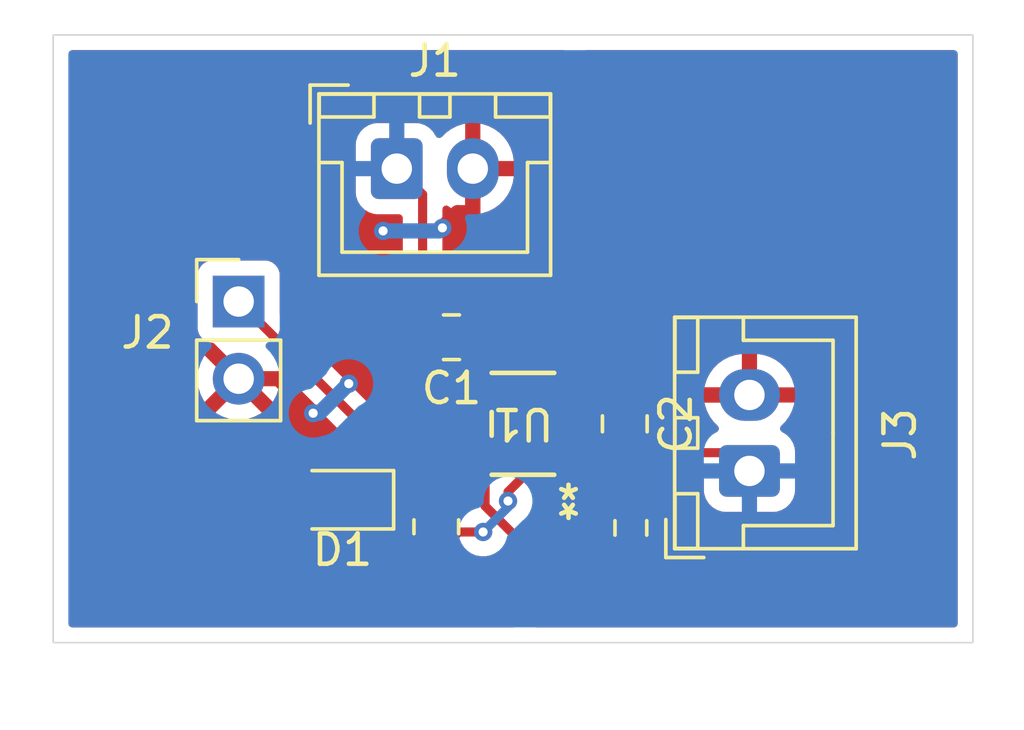
<source format=kicad_pcb>
(kicad_pcb (version 20241229) (generator "pcbnew") (generator_version "9.0")
  (layers (0 "F.Cu" signal) (2 "B.Cu" signal) (13 "F.Paste" user) (15 "B.Paste" user) (5 "F.SilkS" user "F.Silkscreen") (7 "B.SilkS" user "B.Silkscreen") (1 "F.Mask" user) (3 "B.Mask" user) (25 "Edge.Cuts" user))
  (net 0 "")
  (net 1 "GND")
  (net 2 "VDD")
  (net 3 "VBAT")
  (net 4 "Net-(D1-K)")
  (net 5 "PROG")
  (net 6 "STAT")
  (footprint "Resistor_SMD:R_0603_1608Metric" (layer "F.Cu") (at 149.05 64.525 90)
    (property "Reference" "R2" (hide yes))
    (property "Value" "2 kΩ" (hide yes))
    (fp_line (start -0.237258 -0.5225) (end 0.237258 -0.5225) (stroke (width 0.12)) (layer "F.SilkS"))
    (fp_line (start -0.237258 0.5225) (end 0.237258 0.5225) (stroke (width 0.12)) (layer "F.SilkS"))
    (pad "1" smd roundrect (at -0.825 0 90) (size 0.8 0.95) (layers "F.Cu" "F.Mask" "F.Paste") (net 5 "PROG"))
    (pad "2" smd roundrect (at 0.825 0 90) (size 0.8 0.95) (layers "F.Cu" "F.Mask" "F.Paste") (net 1 "GND"))
  )
  (footprint "Connector_JST:JST_XH_B2B-XH-A_1x02_P2.50mm_Vertical" (layer "F.Cu") (at 141.35 52.7)
    (property "Reference" "J1" (at 1.25 -3.55 0) (layer "F.SilkS"))
    (property "Value" "Vin" (hide yes))
    (fp_line (start -2.85 -2.75) (end -2.85 -1.5) (stroke (width 0.12)) (layer "F.SilkS"))
    (fp_line (start -2.56 -2.46) (end -2.56 3.51) (stroke (width 0.12)) (layer "F.SilkS"))
    (fp_line (start -2.56 3.51) (end 5.06 3.51) (stroke (width 0.12)) (layer "F.SilkS"))
    (fp_line (start -2.55 -2.45) (end -2.55 -1.7) (stroke (width 0.12)) (layer "F.SilkS"))
    (fp_line (start -2.55 -1.7) (end -0.75 -1.7) (stroke (width 0.12)) (layer "F.SilkS"))
    (fp_line (start -2.55 -0.2) (end -1.8 -0.2) (stroke (width 0.12)) (layer "F.SilkS"))
    (fp_line (start -1.8 -0.2) (end -1.8 2.75) (stroke (width 0.12)) (layer "F.SilkS"))
    (fp_line (start -1.8 2.75) (end 1.25 2.75) (stroke (width 0.12)) (layer "F.SilkS"))
    (fp_line (start -1.6 -2.75) (end -2.85 -2.75) (stroke (width 0.12)) (layer "F.SilkS"))
    (fp_line (start -0.75 -2.45) (end -2.55 -2.45) (stroke (width 0.12)) (layer "F.SilkS"))
    (fp_line (start -0.75 -1.7) (end -0.75 -2.45) (stroke (width 0.12)) (layer "F.SilkS"))
    (fp_line (start 0.75 -2.45) (end 0.75 -1.7) (stroke (width 0.12)) (layer "F.SilkS"))
    (fp_line (start 0.75 -1.7) (end 1.75 -1.7) (stroke (width 0.12)) (layer "F.SilkS"))
    (fp_line (start 1.75 -2.45) (end 0.75 -2.45) (stroke (width 0.12)) (layer "F.SilkS"))
    (fp_line (start 1.75 -1.7) (end 1.75 -2.45) (stroke (width 0.12)) (layer "F.SilkS"))
    (fp_line (start 3.25 -2.45) (end 3.25 -1.7) (stroke (width 0.12)) (layer "F.SilkS"))
    (fp_line (start 3.25 -1.7) (end 5.05 -1.7) (stroke (width 0.12)) (layer "F.SilkS"))
    (fp_line (start 4.3 -0.2) (end 4.3 2.75) (stroke (width 0.12)) (layer "F.SilkS"))
    (fp_line (start 4.3 2.75) (end 1.25 2.75) (stroke (width 0.12)) (layer "F.SilkS"))
    (fp_line (start 5.05 -2.45) (end 3.25 -2.45) (stroke (width 0.12)) (layer "F.SilkS"))
    (fp_line (start 5.05 -1.7) (end 5.05 -2.45) (stroke (width 0.12)) (layer "F.SilkS"))
    (fp_line (start 5.05 -0.2) (end 4.3 -0.2) (stroke (width 0.12)) (layer "F.SilkS"))
    (fp_line (start 5.06 -2.46) (end -2.56 -2.46) (stroke (width 0.12)) (layer "F.SilkS"))
    (fp_line (start 5.06 3.51) (end 5.06 -2.46) (stroke (width 0.12)) (layer "F.SilkS"))
    (pad "1" thru_hole roundrect (at 0 0) (size 1.7 2) (drill 1) (layers "*.Cu" "*.Mask") (roundrect_rratio 0.147059) (net 1 "GND"))
    (pad "2" thru_hole oval (at 2.5 0) (size 1.7 2) (drill 1) (layers "*.Cu" "*.Mask") (net 2 "VDD"))
  )
  (footprint "LED_SMD:LED_0805_2012Metric" (layer "F.Cu") (at 139.5625 63.6 180)
    (property "Reference" "D1" (at 0 -1.65 0) (layer "F.SilkS"))
    (property "Value" "LED" (hide yes))
    (fp_line (start 1 -0.96) (end -1.685 -0.96) (stroke (width 0.12)) (layer "F.SilkS"))
    (fp_line (start -1.685 0.96) (end 1 0.96) (stroke (width 0.12)) (layer "F.SilkS"))
    (fp_line (start -1.685 -0.96) (end -1.685 0.96) (stroke (width 0.12)) (layer "F.SilkS"))
    (pad "1" smd roundrect (at -0.9375 0 180) (size 0.975 1.4) (layers "F.Cu" "F.Mask" "F.Paste") (net 4 "Net-(D1-K)"))
    (pad "2" smd roundrect (at 0.9375 0 180) (size 0.975 1.4) (layers "F.Cu" "F.Mask" "F.Paste") (net 2 "VDD"))
  )
  (footprint "Connector_PinHeader_2.54mm:PinHeader_1x02_P2.54mm_Vertical" (layer "F.Cu") (at 136.15 57.075)
    (property "Reference" "J2" (at -3 1.025 0) (layer "F.SilkS"))
    (property "Value" "Dupont" (hide yes))
    (fp_line (start -1.38 -1.38) (end 0 -1.38) (stroke (width 0.12)) (layer "F.SilkS"))
    (fp_line (start -1.38 0) (end -1.38 -1.38) (stroke (width 0.12)) (layer "F.SilkS"))
    (fp_line (start -1.38 1.27) (end -1.38 3.92) (stroke (width 0.12)) (layer "F.SilkS"))
    (fp_line (start -1.38 1.27) (end 1.38 1.27) (stroke (width 0.12)) (layer "F.SilkS"))
    (fp_line (start -1.38 3.92) (end 1.38 3.92) (stroke (width 0.12)) (layer "F.SilkS"))
    (fp_line (start 1.38 1.27) (end 1.38 3.92) (stroke (width 0.12)) (layer "F.SilkS"))
    (pad "1" thru_hole rect (at 0 0) (size 1.7 1.7) (drill 1) (layers "*.Cu" "*.Mask") (net 5 "PROG"))
    (pad "2" thru_hole circle (at 0 2.54) (size 1.7 1.7) (drill 1) (layers "*.Cu" "*.Mask") (net 2 "VDD"))
  )
  (footprint "Connector_JST:JST_XH_B2B-XH-A_1x02_P2.50mm_Vertical" (layer "F.Cu") (at 152.95 62.65 90)
    (property "Reference" "J3" (at 1.2 4.95 90) (layer "F.SilkS"))
    (property "Value" "V_Batt" (hide yes))
    (fp_line (start -1.6 -2.75) (end -2.85 -2.75) (stroke (width 0.12)) (layer "F.SilkS"))
    (fp_line (start -2.85 -2.75) (end -2.85 -1.5) (stroke (width 0.12)) (layer "F.SilkS"))
    (fp_line (start 5.06 -2.46) (end -2.56 -2.46) (stroke (width 0.12)) (layer "F.SilkS"))
    (fp_line (start -2.56 -2.46) (end -2.56 3.51) (stroke (width 0.12)) (layer "F.SilkS"))
    (fp_line (start 5.05 -2.45) (end 3.25 -2.45) (stroke (width 0.12)) (layer "F.SilkS"))
    (fp_line (start 3.25 -2.45) (end 3.25 -1.7) (stroke (width 0.12)) (layer "F.SilkS"))
    (fp_line (start 1.75 -2.45) (end 0.75 -2.45) (stroke (width 0.12)) (layer "F.SilkS"))
    (fp_line (start 0.75 -2.45) (end 0.75 -1.7) (stroke (width 0.12)) (layer "F.SilkS"))
    (fp_line (start -0.75 -2.45) (end -2.55 -2.45) (stroke (width 0.12)) (layer "F.SilkS"))
    (fp_line (start -2.55 -2.45) (end -2.55 -1.7) (stroke (width 0.12)) (layer "F.SilkS"))
    (fp_line (start 5.05 -1.7) (end 5.05 -2.45) (stroke (width 0.12)) (layer "F.SilkS"))
    (fp_line (start 3.25 -1.7) (end 5.05 -1.7) (stroke (width 0.12)) (layer "F.SilkS"))
    (fp_line (start 1.75 -1.7) (end 1.75 -2.45) (stroke (width 0.12)) (layer "F.SilkS"))
    (fp_line (start 0.75 -1.7) (end 1.75 -1.7) (stroke (width 0.12)) (layer "F.SilkS"))
    (fp_line (start -0.75 -1.7) (end -0.75 -2.45) (stroke (width 0.12)) (layer "F.SilkS"))
    (fp_line (start -2.55 -1.7) (end -0.75 -1.7) (stroke (width 0.12)) (layer "F.SilkS"))
    (fp_line (start 5.05 -0.2) (end 4.3 -0.2) (stroke (width 0.12)) (layer "F.SilkS"))
    (fp_line (start 4.3 -0.2) (end 4.3 2.75) (stroke (width 0.12)) (layer "F.SilkS"))
    (fp_line (start -1.8 -0.2) (end -1.8 2.75) (stroke (width 0.12)) (layer "F.SilkS"))
    (fp_line (start -2.55 -0.2) (end -1.8 -0.2) (stroke (width 0.12)) (layer "F.SilkS"))
    (fp_line (start 4.3 2.75) (end 1.25 2.75) (stroke (width 0.12)) (layer "F.SilkS"))
    (fp_line (start -1.8 2.75) (end 1.25 2.75) (stroke (width 0.12)) (layer "F.SilkS"))
    (fp_line (start 5.06 3.51) (end 5.06 -2.46) (stroke (width 0.12)) (layer "F.SilkS"))
    (fp_line (start -2.56 3.51) (end 5.06 3.51) (stroke (width 0.12)) (layer "F.SilkS"))
    (pad "1" thru_hole roundrect (at 0 0 90) (size 1.7 2) (drill 1) (layers "*.Cu" "*.Mask") (roundrect_rratio 0.147059) (net 1 "GND"))
    (pad "2" thru_hole oval (at 2.5 0 90) (size 1.7 2) (drill 1) (layers "*.Cu" "*.Mask") (net 3 "VBAT"))
  )
  (footprint "Capacitor_SMD:C_0805_2012Metric" (layer "F.Cu") (at 148.85 61.1 -90)
    (property "Reference" "C2" (at 0 -1.68 90) (layer "F.SilkS"))
    (property "Value" "4.7 uF" (hide yes))
    (fp_line (start -0.261252 0.735) (end 0.261252 0.735) (stroke (width 0.12)) (layer "F.SilkS"))
    (fp_line (start -0.261252 -0.735) (end 0.261252 -0.735) (stroke (width 0.12)) (layer "F.SilkS"))
    (pad "1" smd roundrect (at -0.95 0 270) (size 1 1.45) (layers "F.Cu" "F.Mask" "F.Paste") (net 3 "VBAT"))
    (pad "2" smd roundrect (at 0.95 0 270) (size 1 1.45) (layers "F.Cu" "F.Mask" "F.Paste") (net 1 "GND"))
  )
  (footprint "Resistor_SMD:R_0805_2012Metric" (layer "F.Cu") (at 142.65 64.4875 -90)
    (property "Reference" "R1" (hide yes))
    (property "Value" "470 Ω" (hide yes))
    (fp_line (start -0.227064 0.735) (end 0.227064 0.735) (stroke (width 0.12)) (layer "F.SilkS"))
    (fp_line (start -0.227064 -0.735) (end 0.227064 -0.735) (stroke (width 0.12)) (layer "F.SilkS"))
    (pad "1" smd roundrect (at -0.9125 0 270) (size 1.025 1.4) (layers "F.Cu" "F.Mask" "F.Paste") (roundrect_rratio 0.243902) (net 4 "Net-(D1-K)"))
    (pad "2" smd roundrect (at 0.9125 0 270) (size 1.025 1.4) (layers "F.Cu" "F.Mask" "F.Paste") (roundrect_rratio 0.243902) (net 6 "STAT"))
  )
  (footprint "Capacitor_SMD:C_0805_2012Metric" (layer "F.Cu") (at 143.15 58.25 180)
    (property "Reference" "C1" (at 0 -1.68 0) (layer "F.SilkS"))
    (property "Value" "4.7 uF")
    (fp_line (start -0.261252 0.735) (end 0.261252 0.735) (stroke (width 0.12)) (layer "F.SilkS"))
    (fp_line (start -0.261252 -0.735) (end 0.261252 -0.735) (stroke (width 0.12)) (layer "F.SilkS"))
    (pad "1" smd roundrect (at -0.95 0 180) (size 1 1.45) (layers "F.Cu" "F.Mask" "F.Paste") (net 2 "VDD"))
    (pad "2" smd roundrect (at 0.95 0 180) (size 1 1.45) (layers "F.Cu" "F.Mask" "F.Paste") (net 1 "GND"))
  )
  (footprint "footprints:SOT-23-5_MC_MCH-L" (layer "F.Cu") (at 145.5 61.1 180)
    (property "Reference" "U1" (at 0 0 180) (layer "F.SilkS"))
    (property "Value" "MCP73831T-3ACI/OT" (hide yes))
    (fp_line (start 1.0287 0.388661) (end 1.0287 -0.388661) (stroke (width 0.1524)) (layer "F.SilkS"))
    (fp_line (start 1.0287 -1.6764) (end -1.0287 -1.6764) (stroke (width 0.1524)) (layer "F.SilkS"))
    (fp_line (start -1.0287 1.6764) (end 1.0287 1.6764) (stroke (width 0.1524)) (layer "F.SilkS"))
    (fp_text user "*" (at -1.4986 -2.5502 180) (layer "F.SilkS"))
    (fp_text user "*" (at -1.4986 -2.5502 0) (layer "F.SilkS"))
    (pad "1" smd rect (at -1.2446 -0.950001 180) (size 1.016 0.4572) (layers "F.Cu" "F.Mask" "F.Paste") (net 6 "STAT"))
    (pad "2" smd rect (at -1.2446 0 180) (size 1.016 0.4572) (layers "F.Cu" "F.Mask" "F.Paste") (net 1 "GND"))
    (pad "3" smd rect (at -1.2446 0.950001 180) (size 1.016 0.4572) (layers "F.Cu" "F.Mask" "F.Paste") (net 3 "VBAT"))
    (pad "4" smd rect (at 1.2446 0.950001 180) (size 1.016 0.4572) (layers "F.Cu" "F.Mask" "F.Paste") (net 2 "VDD"))
    (pad "5" smd rect (at 1.2446 -0.950001 180) (size 1.016 0.4572) (layers "F.Cu" "F.Mask" "F.Paste") (net 5 "PROG"))
  )
  (gr_rect (start 130.05 48.3) (end 160.3 68.3) (stroke (width 0.05)) (fill no) (layer "Edge.Cuts"))
  (segment (start 142.2 58.25) (end 142.2 59.533199) (width 0.3) (layer "F.Cu") (net 1))
  (segment (start 149.05 63.7) (end 149.05 62.25) (width 0.3) (layer "F.Cu") (net 1))
  (segment (start 152.35 62.05) (end 152.95 62.65) (width 0.3) (layer "F.Cu") (net 1))
  (segment (start 147.9 61.1) (end 148.85 62.05) (width 0.3) (layer "F.Cu") (net 1))
  (segment (start 142.2 58.25) (end 142.2 53.55) (width 0.3) (layer "F.Cu") (net 1))
  (segment (start 146.7446 61.1) (end 147.9 61.1) (width 0.3) (layer "F.Cu") (net 1))
  (segment (start 142.2 53.55) (end 141.35 52.7) (width 0.3) (layer "F.Cu") (net 1))
  (segment (start 142.2 59.533199) (end 143.766801 61.1) (width 0.3) (layer "F.Cu") (net 1))
  (segment (start 148.85 62.05) (end 152.35 62.05) (width 0.3) (layer "F.Cu") (net 1))
  (segment (start 149.05 62.25) (end 148.85 62.05) (width 0.3) (layer "F.Cu") (net 1))
  (segment (start 143.766801 61.1) (end 146.7446 61.1) (width 0.3) (layer "F.Cu") (net 1))
  (segment (start 144.1 59.994599) (end 144.2554 60.149999) (width 0.5) (layer "F.Cu") (net 2))
  (segment (start 138.625 62.09) (end 138.625 63.6) (width 0.5) (layer "F.Cu") (net 2))
  (segment (start 143.85 54.15) (end 143.85 58) (width 0.5) (layer "F.Cu") (net 2))
  (segment (start 139.77212 59.77788) (end 140.9 58.65) (width 0.5) (layer "F.Cu") (net 2))
  (segment (start 143.35 54.15) (end 143.85 54.15) (width 0.5) (layer "F.Cu") (net 2))
  (segment (start 137.465 59.615) (end 138.6 60.75) (width 0.5) (layer "F.Cu") (net 2))
  (segment (start 136.15 59.615) (end 137.465 59.615) (width 0.5) (layer "F.Cu") (net 2))
  (segment (start 144.1 58.25) (end 144.1 59.994599) (width 0.5) (layer "F.Cu") (net 2))
  (segment (start 142.85 54.65) (end 143.35 54.15) (width 0.5) (layer "F.Cu") (net 2))
  (segment (start 143.85 52.7) (end 143.85 54.15) (width 0.5) (layer "F.Cu") (net 2))
  (segment (start 136.15 59.615) (end 138.625 62.09) (width 0.5) (layer "F.Cu") (net 2))
  (segment (start 143.85 58) (end 144.1 58.25) (width 0.5) (layer "F.Cu") (net 2))
  (segment (start 140.9 58.65) (end 140.9 54.75) (width 0.5) (layer "F.Cu") (net 2))
  (via (at 139.77212 59.77788) (size 0.6) (drill 0.3) (layers "F.Cu" "B.Cu") (net 2))
  (via (at 140.9 54.75) (size 0.6) (drill 0.3) (layers "F.Cu" "B.Cu") (net 2))
  (via (at 142.85 54.65) (size 0.6) (drill 0.3) (layers "F.Cu" "B.Cu") (net 2))
  (via (at 138.6 60.75) (size 0.6) (drill 0.3) (layers "F.Cu" "B.Cu") (net 2))
  (segment (start 138.6 60.75) (end 138.8 60.75) (width 0.5) (layer "B.Cu") (net 2))
  (segment (start 138.8 60.75) (end 139.77212 59.77788) (width 0.5) (layer "B.Cu") (net 2))
  (segment (start 142.75 54.75) (end 142.85 54.65) (width 0.5) (layer "B.Cu") (net 2))
  (segment (start 140.9 54.75) (end 142.75 54.75) (width 0.5) (layer "B.Cu") (net 2))
  (segment (start 146.7446 60.149999) (end 148.85 60.15) (width 0.5) (layer "F.Cu") (net 3))
  (segment (start 148.8 60.2) (end 148.85 60.15) (width 0.5) (layer "F.Cu") (net 3))
  (segment (start 152.95 60.15) (end 148.85 60.15) (width 0.5) (layer "F.Cu") (net 3))
  (segment (start 142.65 63.575) (end 140.525 63.575) (width 0.5) (layer "F.Cu") (net 4))
  (segment (start 140.525 63.575) (end 140.5 63.6) (width 0.5) (layer "F.Cu") (net 4))
  (segment (start 145.8 65.35) (end 144.2554 63.8054) (width 0.3) (layer "F.Cu") (net 5))
  (segment (start 149.05 65.35) (end 145.8 65.35) (width 0.3) (layer "F.Cu") (net 5))
  (segment (start 141.125001 62.050001) (end 144.2554 62.050001) (width 0.3) (layer "F.Cu") (net 5))
  (segment (start 136.15 57.075) (end 141.125001 62.050001) (width 0.3) (layer "F.Cu") (net 5))
  (segment (start 144.2554 63.8054) (end 144.2554 62.050001) (width 0.3) (layer "F.Cu") (net 5))
  (segment (start 144.19038 64.65962) (end 143.39038 64.65962) (width 0.3) (layer "F.Cu") (net 6))
  (segment (start 146.7446 62.050001) (end 146.299999 62.050001) (width 0.3) (layer "F.Cu") (net 6))
  (segment (start 143.39038 64.65962) (end 142.65 65.4) (width 0.3) (layer "F.Cu") (net 6))
  (segment (start 146.299999 62.050001) (end 145.25 63.1) (width 0.3) (layer "F.Cu") (net 6))
  (segment (start 145.00962 63.34038) (end 145.00962 63.64038) (width 0.3) (layer "F.Cu") (net 6))
  (segment (start 145.25 63.1) (end 145.00962 63.34038) (width 0.3) (layer "F.Cu") (net 6))
  (via (at 144.19038 64.65962) (size 0.6) (drill 0.3) (layers "F.Cu" "B.Cu") (net 6))
  (via (at 145.00962 63.64038) (size 0.6) (drill 0.3) (layers "F.Cu" "B.Cu") (net 6))
  (segment (start 145.00962 63.84038) (end 144.19038 64.65962) (width 0.3) (layer "B.Cu") (net 6))
  (segment (start 145.00962 63.64038) (end 145.00962 63.84038) (width 0.3) (layer "B.Cu") (net 6))
  (zone (net 2) (net_name "VDD") (layer "F.Cu") (connect_pads (clearance 0.5)) (min_thickness 0.25) (fill yes (thermal_gap 0.5) (thermal_bridge_width 0.5))
    (polygon (pts (xy 129.75 47.8) (xy 147.1 47.7) (xy 147.2 58) (xy 145.4 57.95) (xy 145.55 69.6) (xy 129.1 69.05)))
  )
  (zone (net 3) (net_name "VBAT") (layer "F.Cu") (priority 1) (connect_pads (clearance 0.5)) (min_thickness 0.25) (fill yes (thermal_gap 0.5) (thermal_bridge_width 0.5))
    (polygon (pts (xy 147.45 47.65) (xy 147.55 58.25) (xy 145.55 58.15) (xy 145.85 68.95) (xy 160.95 69.5) (xy 160.95 47.3)))
  )
  (zone (net 1) (net_name "GND") (layer "B.Cu") (priority 2) (connect_pads (clearance 0.5)) (min_thickness 0.25) (fill yes (thermal_gap 0.5) (thermal_bridge_width 0.5))
    (polygon (pts (xy 129.25 47.4) (xy 161.5 47.15) (xy 162 71.2) (xy 128.3 70.5)))
  )
)
</source>
